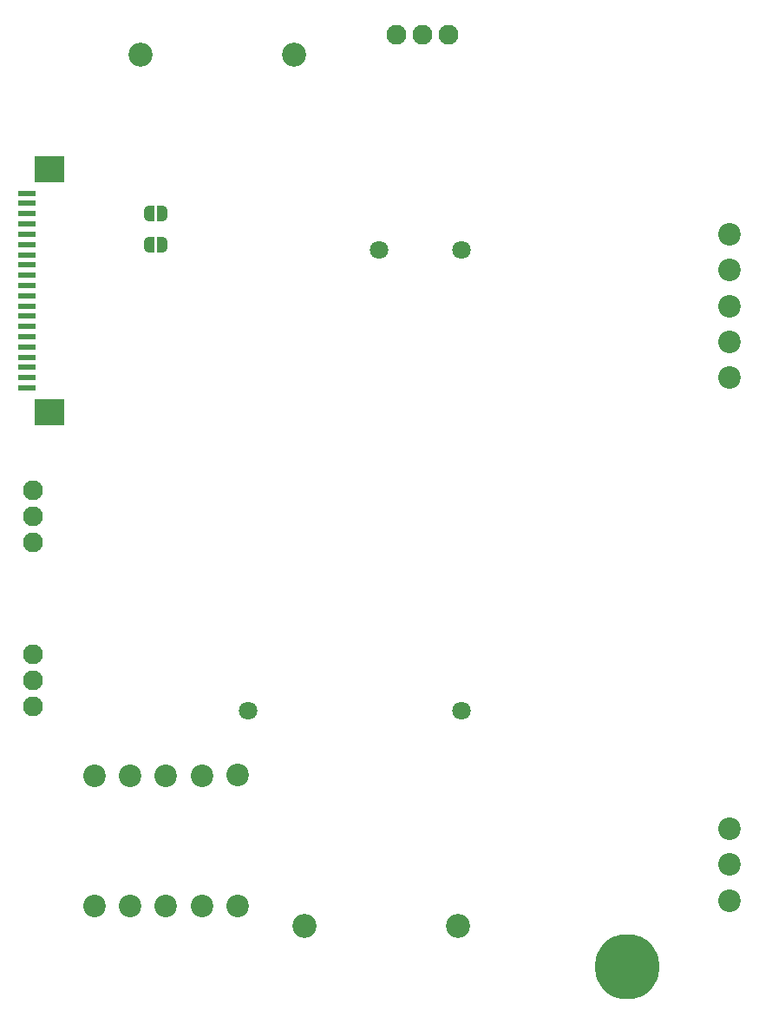
<source format=gbr>
%TF.GenerationSoftware,KiCad,Pcbnew,9.0.6*%
%TF.CreationDate,2025-11-22T20:55:52+03:00*%
%TF.ProjectId,PMPS-20W,504d5053-2d32-4305-972e-6b696361645f,rev?*%
%TF.SameCoordinates,Original*%
%TF.FileFunction,Soldermask,Bot*%
%TF.FilePolarity,Negative*%
%FSLAX46Y46*%
G04 Gerber Fmt 4.6, Leading zero omitted, Abs format (unit mm)*
G04 Created by KiCad (PCBNEW 9.0.6) date 2025-11-22 20:55:52*
%MOMM*%
%LPD*%
G01*
G04 APERTURE LIST*
G04 Aperture macros list*
%AMFreePoly0*
4,1,23,0.500000,-0.750000,0.000000,-0.750000,0.000000,-0.745722,-0.065263,-0.745722,-0.191342,-0.711940,-0.304381,-0.646677,-0.396677,-0.554381,-0.461940,-0.441342,-0.495722,-0.315263,-0.495722,-0.250000,-0.500000,-0.250000,-0.500000,0.250000,-0.495722,0.250000,-0.495722,0.315263,-0.461940,0.441342,-0.396677,0.554381,-0.304381,0.646677,-0.191342,0.711940,-0.065263,0.745722,0.000000,0.745722,
0.000000,0.750000,0.500000,0.750000,0.500000,-0.750000,0.500000,-0.750000,$1*%
%AMFreePoly1*
4,1,23,0.000000,0.745722,0.065263,0.745722,0.191342,0.711940,0.304381,0.646677,0.396677,0.554381,0.461940,0.441342,0.495722,0.315263,0.495722,0.250000,0.500000,0.250000,0.500000,-0.250000,0.495722,-0.250000,0.495722,-0.315263,0.461940,-0.441342,0.396677,-0.554381,0.304381,-0.646677,0.191342,-0.711940,0.065263,-0.745722,0.000000,-0.745722,0.000000,-0.750000,-0.500000,-0.750000,
-0.500000,0.750000,0.000000,0.750000,0.000000,0.745722,0.000000,0.745722,$1*%
G04 Aperture macros list end*
%ADD10C,1.950000*%
%ADD11C,1.803400*%
%ADD12C,2.200000*%
%ADD13C,2.350000*%
%ADD14O,6.350000X6.350000*%
%ADD15FreePoly0,180.000000*%
%ADD16FreePoly1,180.000000*%
%ADD17R,1.800000X0.600000*%
%ADD18R,3.000000X2.600000*%
G04 APERTURE END LIST*
D10*
%TO.C,J3*%
X-36000000Y-20540000D03*
X-36000000Y-18000000D03*
X-36000000Y-15460000D03*
%TD*%
D11*
%TO.C,U1*%
X5799999Y24000012D03*
X-2200000Y24000012D03*
X-15000000Y-21000000D03*
X5799999Y-21000000D03*
%TD*%
D12*
%TO.C,J12*%
X-30000000Y-40000000D03*
X-26500000Y-40000000D03*
X-23000000Y-40000000D03*
X-19500000Y-40000000D03*
X-16000000Y-40000000D03*
X-30000000Y-27300000D03*
X-26500000Y-27300000D03*
X-23000000Y-27300000D03*
X-19500000Y-27300000D03*
X-16000000Y-27250000D03*
%TD*%
%TO.C,J10*%
X32000000Y-39500000D03*
X32000000Y-36000000D03*
X32000000Y-32500000D03*
%TD*%
D13*
%TO.C,U4*%
X5500000Y-42000000D03*
X-9500000Y-42000000D03*
%TD*%
D10*
%TO.C,J2*%
X-540000Y45000000D03*
X2000000Y45000000D03*
X4540000Y45000000D03*
%TD*%
D13*
%TO.C,U2*%
X-10500000Y43000000D03*
X-25500000Y43000000D03*
%TD*%
D14*
%TO.C,PE1*%
X22000000Y-46000000D03*
%TD*%
D10*
%TO.C,J4*%
X-36000000Y-4540000D03*
X-36000000Y-2000000D03*
X-36000000Y540000D03*
%TD*%
D12*
%TO.C,J6*%
X32000000Y11500000D03*
X32000000Y15000000D03*
X32000000Y18500000D03*
X32000000Y22000000D03*
X32000000Y25500000D03*
%TD*%
D15*
%TO.C,JP2*%
X-23350000Y27500000D03*
D16*
X-24650000Y27500000D03*
%TD*%
D17*
%TO.C,JM2*%
X-36546000Y29500000D03*
X-36546000Y28500000D03*
X-36546000Y27500000D03*
X-36546000Y26500000D03*
X-36546000Y25500000D03*
X-36546000Y24500000D03*
X-36546000Y23500000D03*
X-36546000Y22500000D03*
X-36546000Y21500000D03*
X-36546000Y20500000D03*
X-36546000Y19500000D03*
X-36546000Y18500000D03*
X-36546000Y17500000D03*
X-36546000Y16500000D03*
X-36546000Y15500000D03*
X-36546000Y14500000D03*
X-36546000Y13500000D03*
X-36546000Y12500000D03*
X-36546000Y11500000D03*
X-36546000Y10500000D03*
D18*
X-34375000Y31850000D03*
X-34375000Y8150000D03*
%TD*%
D15*
%TO.C,JP4*%
X-23350000Y24500000D03*
D16*
X-24650000Y24500000D03*
%TD*%
M02*

</source>
